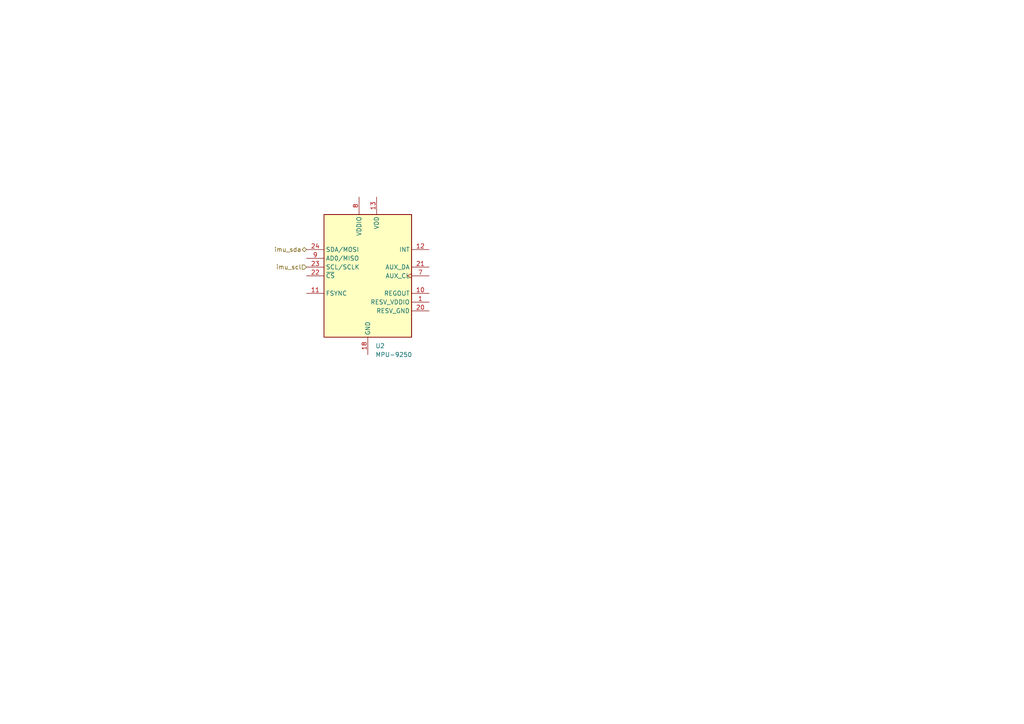
<source format=kicad_sch>
(kicad_sch (version 20230121) (generator eeschema)
  (paper "A4")
  (lib_symbols
    (symbol "Sensor_Motion:MPU-9250"
      (property "Reference" "U" (at -11.43 19.05 0))
      (property "Value" "MPU-9250" (at 7.62 -19.05 0))
      (symbol "MPU-9250_0_1"
        (rectangle (start -12.7 17.78) (end 12.7 -17.78) (stroke (width 0.254)) (fill (type background)))
      )
      (symbol "MPU-9250_1_1"
        (pin input line (at 17.78 -7.62 180) (length 5.08) (name "RESV_VDDIO") (number "1"))
        (pin passive line (at 17.78 -5.08 180) (length 5.08) (name "REGOUT") (number "10"))
        (pin input line (at -17.78 -5.08 0) (length 5.08) (name "FSYNC") (number "11"))
        (pin output line (at 17.78 7.62 180) (length 5.08) (name "INT") (number "12"))
        (pin power_in line (at 2.54 22.86 270) (length 5.08) (name "VDD") (number "13"))
        (pin power_in line (at 0 -22.86 90) (length 5.08) (name "GND") (number "18"))
        (pin power_in line (at 17.78 -10.16 180) (length 5.08) (name "RESV_GND") (number "20"))
        (pin bidirectional line (at 17.78 2.54 180) (length 5.08) (name "AUX_DA") (number "21"))
        (pin input line (at -17.78 0 0) (length 5.08) (name "~{CS}") (number "22"))
        (pin input line (at -17.78 2.54 0) (length 5.08) (name "SCL/SCLK") (number "23"))
        (pin bidirectional line (at -17.78 7.62 0) (length 5.08) (name "SDA/MOSI") (number "24"))
        (pin output clock (at 17.78 0 180) (length 5.08) (name "AUX_CL") (number "7"))
        (pin power_in line (at -2.54 22.86 270) (length 5.08) (name "VDDIO") (number "8"))
        (pin bidirectional line (at -17.78 5.08 0) (length 5.08) (name "AD0/MISO") (number "9"))
      )
    )
  )
  (hierarchical_label "imu_sda" (shape bidirectional) (at 88.9 72.39 180))
  (hierarchical_label "imu_scl" (shape input) (at 88.9 77.47 180))
  (symbol (lib_id "Sensor_Motion:MPU-9250") (at 106.68 80.01 0) (unit 1)
    (property "Reference" "U2" (at 108.8741 100.33 0) (effects (justify left)))
    (property "Value" "MPU-9250" (at 108.8741 102.87 0) (effects (justify left)))
    (property "Footprint" "Sensor_Motion:InvenSense_QFN-24_3x3mm_P0.4mm" (effects hide))
    (property "Datasheet" "https://invensense.tdk.com/wp-content/uploads/2015/02/PS-MPU-9250A-01-v1.1.pdf" (effects hide))
  )
)
</source>
